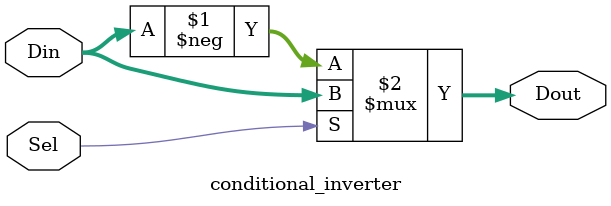
<source format=v>
module conditional_inverter #(parameter WIDTH = 8) (
    input wire signed [WIDTH-1:0] Din,
    input wire Sel,
    output wire signed [WIDTH-1:0] Dout
);

    // If Sel is 1, pass Din. 
    // If Sel is 0, pass -Din (Two's Complement Negation).
    assign Dout = (Sel) ? Din : -Din;

endmodule
</source>
